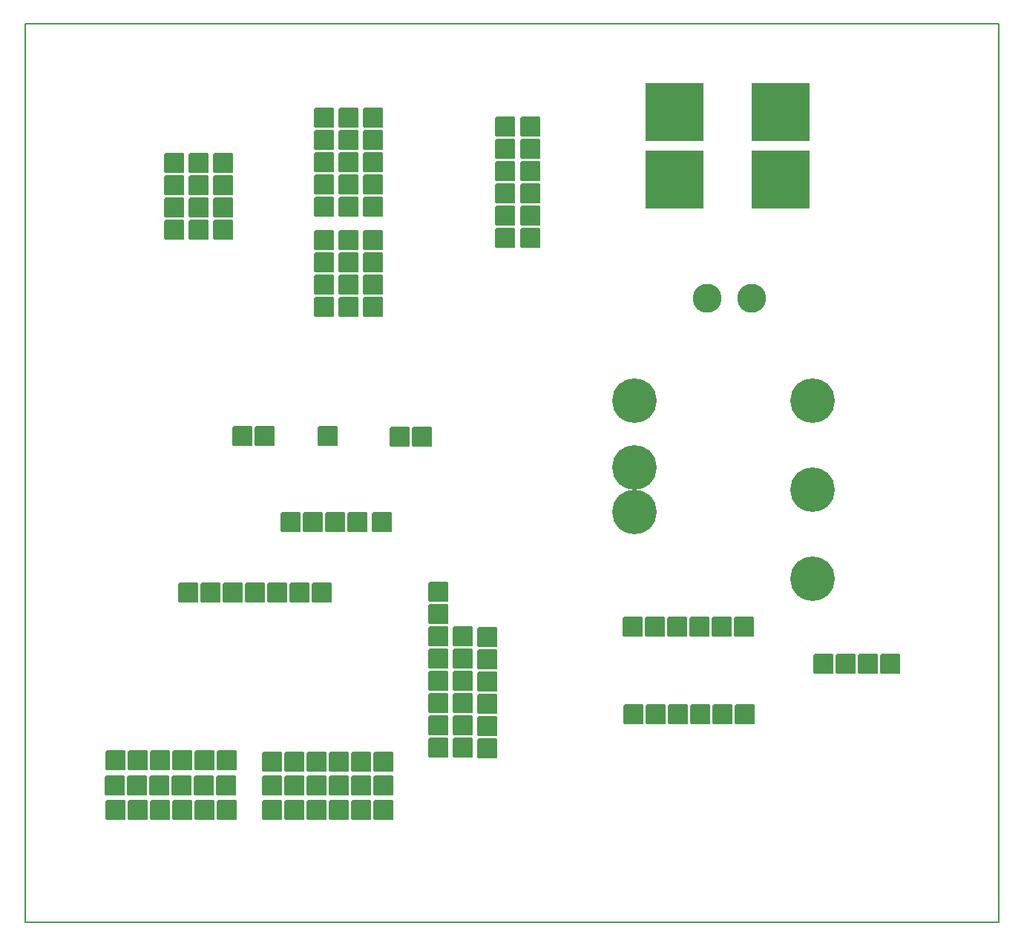
<source format=gbr>
G04 PROTEUS RS274X GERBER FILE*
%FSLAX45Y45*%
%MOMM*%
G01*
%AMPPAD013*
4,1,36,
-1.016000,1.143000,
1.016000,1.143000,
1.041970,1.140470,
1.065980,1.133200,
1.087580,1.121650,
1.106290,1.106290,
1.121650,1.087570,
1.133200,1.065980,
1.140470,1.041970,
1.143000,1.016000,
1.143000,-1.016000,
1.140470,-1.041970,
1.133200,-1.065980,
1.121650,-1.087570,
1.106290,-1.106290,
1.087580,-1.121650,
1.065980,-1.133200,
1.041970,-1.140470,
1.016000,-1.143000,
-1.016000,-1.143000,
-1.041970,-1.140470,
-1.065980,-1.133200,
-1.087580,-1.121650,
-1.106290,-1.106290,
-1.121650,-1.087570,
-1.133200,-1.065980,
-1.140470,-1.041970,
-1.143000,-1.016000,
-1.143000,1.016000,
-1.140470,1.041970,
-1.133200,1.065980,
-1.121650,1.087570,
-1.106290,1.106290,
-1.087580,1.121650,
-1.065980,1.133200,
-1.041970,1.140470,
-1.016000,1.143000,
0*%
%ADD21PPAD013*%
%AMPPAD014*
4,1,36,
-1.143000,-1.016000,
-1.143000,1.016000,
-1.140470,1.041970,
-1.133200,1.065980,
-1.121650,1.087580,
-1.106290,1.106290,
-1.087570,1.121650,
-1.065980,1.133200,
-1.041970,1.140470,
-1.016000,1.143000,
1.016000,1.143000,
1.041970,1.140470,
1.065980,1.133200,
1.087570,1.121650,
1.106290,1.106290,
1.121650,1.087580,
1.133200,1.065980,
1.140470,1.041970,
1.143000,1.016000,
1.143000,-1.016000,
1.140470,-1.041970,
1.133200,-1.065980,
1.121650,-1.087580,
1.106290,-1.106290,
1.087570,-1.121650,
1.065980,-1.133200,
1.041970,-1.140470,
1.016000,-1.143000,
-1.016000,-1.143000,
-1.041970,-1.140470,
-1.065980,-1.133200,
-1.087570,-1.121650,
-1.106290,-1.106290,
-1.121650,-1.087580,
-1.133200,-1.065980,
-1.140470,-1.041970,
-1.143000,-1.016000,
0*%
%ADD22PPAD014*%
%AMPPAD015*
4,1,36,
-3.302000,-3.175000,
-3.302000,3.175000,
-3.299470,3.200970,
-3.292200,3.224980,
-3.280650,3.246580,
-3.265290,3.265290,
-3.246570,3.280650,
-3.224980,3.292200,
-3.200970,3.299470,
-3.175000,3.302000,
3.175000,3.302000,
3.200970,3.299470,
3.224980,3.292200,
3.246570,3.280650,
3.265290,3.265290,
3.280650,3.246580,
3.292200,3.224980,
3.299470,3.200970,
3.302000,3.175000,
3.302000,-3.175000,
3.299470,-3.200970,
3.292200,-3.224980,
3.280650,-3.246580,
3.265290,-3.265290,
3.246570,-3.280650,
3.224980,-3.292200,
3.200970,-3.299470,
3.175000,-3.302000,
-3.175000,-3.302000,
-3.200970,-3.299470,
-3.224980,-3.292200,
-3.246570,-3.280650,
-3.265290,-3.265290,
-3.280650,-3.246580,
-3.292200,-3.224980,
-3.299470,-3.200970,
-3.302000,-3.175000,
0*%
%ADD23PPAD015*%
%AMPPAD016*
4,1,36,
1.016000,1.143000,
-1.016000,1.143000,
-1.041970,1.140470,
-1.065980,1.133200,
-1.087580,1.121650,
-1.106290,1.106290,
-1.121650,1.087570,
-1.133200,1.065980,
-1.140470,1.041970,
-1.143000,1.016000,
-1.143000,-1.016000,
-1.140470,-1.041970,
-1.133200,-1.065980,
-1.121650,-1.087570,
-1.106290,-1.106290,
-1.087580,-1.121650,
-1.065980,-1.133200,
-1.041970,-1.140470,
-1.016000,-1.143000,
1.016000,-1.143000,
1.041970,-1.140470,
1.065980,-1.133200,
1.087580,-1.121650,
1.106290,-1.106290,
1.121650,-1.087570,
1.133200,-1.065980,
1.140470,-1.041970,
1.143000,-1.016000,
1.143000,1.016000,
1.140470,1.041970,
1.133200,1.065980,
1.121650,1.087570,
1.106290,1.106290,
1.087580,1.121650,
1.065980,1.133200,
1.041970,1.140470,
1.016000,1.143000,
0*%
%ADD24PPAD016*%
%ADD25C,3.302000*%
%ADD26C,5.080000*%
%ADD14C,0.203200*%
%TD.AperFunction*%
D21*
X-9201000Y-1468300D03*
X-8947000Y-1468300D03*
X-8693000Y-1468300D03*
X-8439000Y-1468300D03*
X-8185000Y-1468300D03*
X-7931000Y-1468300D03*
X-9206880Y-1186360D03*
X-8952880Y-1186360D03*
X-8698880Y-1186360D03*
X-8444880Y-1186360D03*
X-8190880Y-1186360D03*
X-7936880Y-1186360D03*
X-9201000Y-901880D03*
X-8947000Y-901880D03*
X-8693000Y-901880D03*
X-8439000Y-901880D03*
X-8185000Y-901880D03*
X-7931000Y-901880D03*
X-7413000Y-1468300D03*
X-7159000Y-1468300D03*
X-6905000Y-1468300D03*
X-6651000Y-1468300D03*
X-6397000Y-1468300D03*
X-6143000Y-1468300D03*
X-7413000Y-1191440D03*
X-7159000Y-1191440D03*
X-6905000Y-1191440D03*
X-6651000Y-1191440D03*
X-6397000Y-1191440D03*
X-6143000Y-1191440D03*
X-7413000Y-914580D03*
X-7159000Y-914580D03*
X-6905000Y-914580D03*
X-6651000Y-914580D03*
X-6397000Y-914580D03*
X-6143000Y-914580D03*
D22*
X-5236220Y-759640D03*
X-5236220Y-505640D03*
X-5236220Y-251640D03*
X-5236220Y+2360D03*
X-5236220Y+256360D03*
X-5236220Y+510360D03*
D21*
X-8369480Y+1015820D03*
X-8115480Y+1015820D03*
X-7861480Y+1015820D03*
X-7607480Y+1015820D03*
X-7353480Y+1015820D03*
X-7099480Y+1015820D03*
X-6845480Y+1015820D03*
D22*
X-4956820Y-762180D03*
X-4956820Y-508180D03*
X-4956820Y-254180D03*
X-4956820Y-180D03*
X-4956820Y+253820D03*
X-4956820Y+507820D03*
X-5513080Y-757100D03*
X-5513080Y-503100D03*
X-5513080Y-249100D03*
X-5513080Y+4900D03*
X-5513080Y+258900D03*
X-5513080Y+512900D03*
X-5513080Y+766900D03*
X-5513080Y+1020900D03*
X-8528340Y+5913620D03*
X-8528340Y+5659620D03*
X-8528340Y+5405620D03*
X-8528340Y+5151620D03*
X-8248340Y+5913620D03*
X-8248340Y+5659620D03*
X-8248340Y+5405620D03*
X-8248340Y+5151620D03*
X-7968340Y+5913620D03*
X-7968340Y+5659620D03*
X-7968340Y+5405620D03*
X-7968340Y+5151620D03*
X-6818340Y+5035620D03*
X-6818340Y+4781620D03*
X-6818340Y+4527620D03*
X-6818340Y+4273620D03*
X-6538340Y+5035620D03*
X-6538340Y+4781620D03*
X-6538340Y+4527620D03*
X-6538340Y+4273620D03*
X-6263280Y+5037760D03*
X-6263280Y+4783760D03*
X-6263280Y+4529760D03*
X-6263280Y+4275760D03*
X-6817000Y+5417760D03*
X-6817000Y+5671760D03*
X-6817000Y+5925760D03*
X-6817000Y+6179760D03*
X-6817000Y+6433760D03*
X-6540140Y+5417760D03*
X-6540140Y+5671760D03*
X-6540140Y+5925760D03*
X-6540140Y+6179760D03*
X-6540140Y+6433760D03*
X-6263280Y+5417760D03*
X-6263280Y+5671760D03*
X-6263280Y+5925760D03*
X-6263280Y+6179760D03*
X-6263280Y+6433760D03*
X-4463080Y+6329760D03*
X-4463080Y+6075760D03*
X-4463080Y+5821760D03*
X-4463080Y+5567760D03*
X-4463080Y+5313760D03*
X-4463080Y+5059760D03*
X-4750100Y+6327220D03*
X-4750100Y+6073220D03*
X-4750100Y+5819220D03*
X-4750100Y+5565220D03*
X-4750100Y+5311220D03*
X-4750100Y+5057220D03*
D21*
X-5703900Y+2790740D03*
X-5957900Y+2790740D03*
D23*
X-2819460Y+5732580D03*
X-2819460Y+6502580D03*
D21*
X-7747000Y+2798619D03*
X-7493000Y+2798619D03*
D23*
X-1607420Y+5729940D03*
X-1607420Y+6499940D03*
D21*
X-3293380Y+619460D03*
X-3039380Y+619460D03*
X-2785380Y+619460D03*
X-2531380Y+619460D03*
X-2277380Y+619460D03*
X-2023380Y+619460D03*
X-3290840Y-375700D03*
X-3036840Y-375700D03*
X-2782840Y-375700D03*
X-2528840Y-375700D03*
X-2274840Y-375700D03*
X-2020840Y-375700D03*
D24*
X-362000Y+197641D03*
X-616000Y+197641D03*
X-870000Y+197641D03*
X-1124000Y+197641D03*
D21*
X-7198000Y+1813140D03*
X-6944000Y+1813140D03*
X-6690000Y+1813140D03*
X-6436000Y+1813140D03*
X-6777819Y+2797639D03*
D22*
X-6159600Y+1815200D03*
D25*
X-2448000Y+4377641D03*
X-1940000Y+4377641D03*
D26*
X-3278340Y+3203620D03*
X-3278340Y+2441620D03*
X-3278340Y+1933620D03*
X-1246340Y+1171620D03*
X-1246340Y+2187620D03*
X-1246340Y+3203620D03*
D14*
X-10230000Y-2750000D02*
X+880000Y-2750000D01*
X+880000Y+7510000D01*
X-10230000Y+7510000D01*
X-10230000Y-2750000D01*
M02*

</source>
